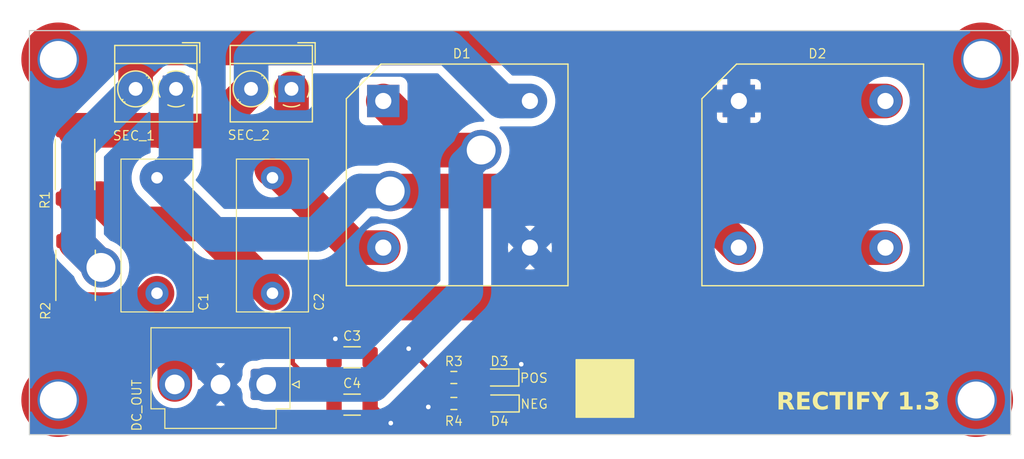
<source format=kicad_pcb>
(kicad_pcb (version 20240108) (generator "pcbnew") (generator_version "8.0")
  (layers (0 "F.Cu" signal) (31 "B.Cu" signal) (34 "B.Paste" user) (35 "F.Paste" user) (36 "B.SilkS" user "B.Silkscreen") (37 "F.SilkS" user "F.Silkscreen") (38 "B.Mask" user) (39 "F.Mask" user) (44 "Edge.Cuts" user))
  (net 0 "")
  (net 1 "PGND")
  (net 2 "VPOUT")
  (net 3 "VPOS")
  (net 4 "VNEGNEG")
  (net 5 "Net-(C1-Pad2)")
  (net 6 "VMOUT")
  (net 7 "Net-(C2-Pad2)")
  (net 8 "VNEG")
  (net 9 "VPOSNEG")
  (net 10 "Net-(D4-A)")
  (net 11 "Net-(D3-A)")
  (footprint "LED_SMD:LED_0603_1608Metric_Pad1.05x0.95mm_HandSolder" (layer "F.Cu") (at 124.7625 143.8 180)
    (property "Reference" "D4" (at 0.025 -1.53 0) (layer "F.SilkS") (effects (font (size 0.8 0.8) (thickness 0.1))))
    (property "Value" "BLUE")
    (fp_line (start 0.8 -0.735) (end -1.66 -0.735) (stroke (width 0.12)) (layer "F.SilkS"))
    (fp_line (start -1.66 0.735) (end 0.8 0.735) (stroke (width 0.12)) (layer "F.SilkS"))
    (fp_line (start -1.66 -0.735) (end -1.66 0.735) (stroke (width 0.12)) (layer "F.SilkS"))
    (pad "1" smd roundrect (at -0.875 0 180) (size 1.05 0.95) (layers "F.Cu" "F.Paste" "F.Mask") (net 6 "VMOUT"))
    (pad "2" smd roundrect (at 0.875 0 180) (size 1.05 0.95) (layers "F.Cu" "F.Paste" "F.Mask") (net 10 "Net-(D4-A)"))
  )
  (footprint "MountingHole:MountingHole_3.2mm_M3_Pad_TopOnly" (layer "F.Cu") (at 166 143.5 -90)
    (property "Reference" "H4" (hide yes))
    (property "Value" "MountingHole")
    (pad "1" thru_hole circle (at 0 0 270) (size 3.6 3.6) (drill 3.2) (layers "*.Cu" "*.Mask"))
    (pad "1" connect circle (at 0 0 270) (size 6.4 6.4) (layers "F.Cu" "F.Mask"))
  )
  (footprint "TerminalBlock_MetzConnect:TerminalBlock_MetzConnect_Type059_RT06302HBWC_1x02_P3.50mm_Horizontal" (layer "F.Cu") (at 106.7 116.55 180)
    (property "Reference" "J2" (hide yes))
    (property "Value" "Conn_01x02_Pin")
    (fp_line (start 5.31 -2.86) (end 5.31 3.76) (stroke (width 0.12)) (layer "F.SilkS"))
    (fp_line (start 4.68 -0.99) (end 4.604 -0.914) (stroke (width 0.12)) (layer "F.SilkS"))
    (fp_line (start 4.49 -1.18) (end 4.436 -1.126) (stroke (width 0.12)) (layer "F.SilkS"))
    (fp_line (start 2.565 1.125) (end 2.511 1.18) (stroke (width 0.12)) (layer "F.SilkS"))
    (fp_line (start 2.397 0.914) (end 2.321 0.99) (stroke (width 0.12)) (layer "F.SilkS"))
    (fp_line (start -1.81 3.76) (end 5.31 3.76) (stroke (width 0.12)) (layer "F.SilkS"))
    (fp_line (start -1.81 2.2) (end 5.31 2.2) (stroke (width 0.12)) (layer "F.SilkS"))
    (fp_line (start -1.81 -2.86) (end 5.31 -2.86) (stroke (width 0.12)) (layer "F.SilkS"))
    (fp_line (start -1.81 -2.86) (end -1.81 3.76) (stroke (width 0.12)) (layer "F.SilkS"))
    (fp_line (start -2.05 4) (end -0.55 4) (stroke (width 0.12)) (layer "F.SilkS"))
    (fp_line (start -2.05 2.26) (end -2.05 4) (stroke (width 0.12)) (layer "F.SilkS"))
    (fp_arc (start 1.386645 -0.705733) (mid 1.555906 0.000711) (end 1.386 0.707) (stroke (width 0.12)) (layer "F.SilkS"))
    (fp_arc (start 0.705955 1.385515) (mid 0.363007 1.512035) (end 0 1.555) (stroke (width 0.12)) (layer "F.SilkS"))
    (fp_arc (start 0.026444 1.555682) (mid -0.350695 1.515869) (end -0.707 1.386) (stroke (width 0.12)) (layer "F.SilkS"))
    (fp_arc (start -0.705733 -1.386645) (mid 0.000711 -1.555906) (end 0.707 -1.386) (stroke (width 0.12)) (layer "F.SilkS"))
    (fp_arc (start -1.386645 0.705733) (mid -1.555906 -0.000711) (end -1.386 -0.707) (stroke (width 0.12)) (layer "F.SilkS"))
    (fp_circle (center 3.5 0) (end 5.055 0) (stroke (width 0.12)) (fill none) (layer "F.SilkS"))
    (pad "1" thru_hole rect (at 0 0 180) (size 2.3 2.3) (drill 1.2) (layers "*.Cu" "*.Mask") (net 3 "VPOS"))
    (pad "2" thru_hole circle (at 3.5 0 180) (size 2.3 2.3) (drill 1.2) (layers "*.Cu" "*.Mask") (net 9 "VPOSNEG"))
  )
  (footprint "MountingHole:MountingHole_3.2mm_M3_Pad_TopOnly" (layer "F.Cu") (at 86.5 114 -90)
    (property "Reference" "H1" (hide yes))
    (property "Value" "MountingHole")
    (pad "1" thru_hole circle (at 0 0 270) (size 3.6 3.6) (drill 3.2) (layers "*.Cu" "*.Mask"))
    (pad "1" connect circle (at 0 0 270) (size 6.4 6.4) (layers "F.Cu" "F.Mask"))
  )
  (footprint "Resistor_SMD:R_2512_6332Metric" (layer "F.Cu") (at 87.95 123.0975 90)
    (property "Reference" "R1" (at -3.08 -2.6 90) (layer "F.SilkS") (effects (font (size 0.8 0.8) (thickness 0.1))))
    (property "Value" "10R 2W")
    (fp_line (start -2.177064 -1.71) (end 2.177064 -1.71) (stroke (width 0.12)) (layer "F.SilkS"))
    (fp_line (start -2.177064 1.71) (end 2.177064 1.71) (stroke (width 0.12)) (layer "F.SilkS"))
    (pad "1" smd roundrect (at -2.9625 0 90) (size 1.225 3.35) (layers "F.Cu" "F.Paste" "F.Mask") (roundrect_rratio 0.204082) (net 7 "Net-(C2-Pad2)"))
    (pad "2" smd roundrect (at 2.9625 0 90) (size 1.225 3.35) (layers "F.Cu" "F.Paste" "F.Mask") (roundrect_rratio 0.204082) (net 9 "VPOSNEG"))
  )
  (footprint "Capacitor_THT:C_Rect_L13.0mm_W6.0mm_P10.00mm_FKS3_FKP3_MKS4" (layer "F.Cu") (at 105.05 124.25 -90)
    (property "Reference" "C2" (at 10.75 -4.05 90) (layer "F.SilkS") (effects (font (size 0.8 0.8) (thickness 0.1))))
    (property "Value" "100N")
    (fp_line (start -1.62 3.12) (end 11.62 3.12) (stroke (width 0.1)) (layer "F.SilkS"))
    (fp_line (start -1.62 -3.12) (end -1.62 3.12) (stroke (width 0.1)) (layer "F.SilkS"))
    (fp_line (start -1.62 -3.12) (end 11.62 -3.12) (stroke (width 0.1)) (layer "F.SilkS"))
    (fp_line (start 11.62 -3.12) (end 11.62 3.12) (stroke (width 0.1)) (layer "F.SilkS"))
    (pad "1" thru_hole circle (at 0 0 270) (size 2 2) (drill 1) (layers "*.Cu" "*.Mask") (net 3 "VPOS"))
    (pad "2" thru_hole circle (at 10 0 270) (size 2 2) (drill 1) (layers "*.Cu" "*.Mask") (net 7 "Net-(C2-Pad2)"))
  )
  (footprint "Capacitor_SMD:C_1206_3216Metric_Pad1.33x1.80mm_HandSolder" (layer "F.Cu") (at 111.95 143.9)
    (property "Reference" "C4" (at 0 -1.85 0) (layer "F.SilkS") (effects (font (size 0.8 0.8) (thickness 0.1))))
    (property "Value" "10u")
    (fp_line (start -0.711252 -0.91) (end 0.711252 -0.91) (stroke (width 0.12)) (layer "F.SilkS"))
    (fp_line (start -0.711252 0.91) (end 0.711252 0.91) (stroke (width 0.12)) (layer "F.SilkS"))
    (pad "1" smd roundrect (at -1.5625 0) (size 1.325 1.8) (layers "F.Cu" "F.Paste" "F.Mask") (roundrect_rratio 0.188679) (net 6 "VMOUT"))
    (pad "2" smd roundrect (at 1.5625 0) (size 1.325 1.8) (layers "F.Cu" "F.Paste" "F.Mask") (roundrect_rratio 0.188679) (net 1 "PGND"))
  )
  (footprint "Capacitor_SMD:C_1206_3216Metric_Pad1.33x1.80mm_HandSolder" (layer "F.Cu") (at 111.95 139.8)
    (property "Reference" "C3" (at 0 -1.85 0) (layer "F.SilkS") (effects (font (size 0.8 0.8) (thickness 0.1))))
    (property "Value" "10u")
    (fp_line (start -0.711252 -0.91) (end 0.711252 -0.91) (stroke (width 0.12)) (layer "F.SilkS"))
    (fp_line (start -0.711252 0.91) (end 0.711252 0.91) (stroke (width 0.12)) (layer "F.SilkS"))
    (pad "1" smd roundrect (at -1.5625 0) (size 1.325 1.8) (layers "F.Cu" "F.Paste" "F.Mask") (roundrect_rratio 0.188679) (net 1 "PGND"))
    (pad "2" smd roundrect (at 1.5625 0) (size 1.325 1.8) (layers "F.Cu" "F.Paste" "F.Mask") (roundrect_rratio 0.188679) (net 2 "VPOUT"))
  )
  (footprint "Resistor_SMD:R_0603_1608Metric_Pad0.98x0.95mm_HandSolder" (layer "F.Cu") (at 120.7625 143.8)
    (property "Reference" "R4" (at 0 1.53 0) (layer "F.SilkS") (effects (font (size 0.8 0.8) (thickness 0.1))))
    (property "Value" "16K")
    (fp_line (start -0.254724 -0.5225) (end 0.254724 -0.5225) (stroke (width 0.12)) (layer "F.SilkS"))
    (fp_line (start -0.254724 0.5225) (end 0.254724 0.5225) (stroke (width 0.12)) (layer "F.SilkS"))
    (pad "1" smd roundrect (at -0.9125 0) (size 0.975 0.95) (layers "F.Cu" "F.Paste" "F.Mask") (net 1 "PGND"))
    (pad "2" smd roundrect (at 0.9125 0) (size 0.975 0.95) (layers "F.Cu" "F.Paste" "F.Mask") (net 10 "Net-(D4-A)"))
  )
  (footprint "Resistor_SMD:R_0603_1608Metric_Pad0.98x0.95mm_HandSolder" (layer "F.Cu") (at 120.7625 141.55)
    (property "Reference" "R3" (at 0 -1.4 0) (layer "F.SilkS") (effects (font (size 0.8 0.8) (thickness 0.1))))
    (property "Value" "16K")
    (fp_line (start -0.254724 -0.5225) (end 0.254724 -0.5225) (stroke (width 0.12)) (layer "F.SilkS"))
    (fp_line (start -0.254724 0.5225) (end 0.254724 0.5225) (stroke (width 0.12)) (layer "F.SilkS"))
    (pad "1" smd roundrect (at -0.9125 0) (size 0.975 0.95) (layers "F.Cu" "F.Paste" "F.Mask") (net 2 "VPOUT"))
    (pad "2" smd roundrect (at 0.9125 0) (size 0.975 0.95) (layers "F.Cu" "F.Paste" "F.Mask") (net 11 "Net-(D3-A)"))
  )
  (footprint "Capacitor_THT:C_Rect_L13.0mm_W6.0mm_P10.00mm_FKS3_FKP3_MKS4" (layer "F.Cu") (at 95.05 124.25 -90)
    (property "Reference" "C1" (at 10.75 -4.032732 90) (layer "F.SilkS") (effects (font (size 0.8 0.8) (thickness 0.1))))
    (property "Value" "100N")
    (fp_line (start -1.62 3.12) (end 11.62 3.12) (stroke (width 0.1)) (layer "F.SilkS"))
    (fp_line (start -1.62 -3.12) (end -1.62 3.12) (stroke (width 0.1)) (layer "F.SilkS"))
    (fp_line (start -1.62 -3.12) (end 11.62 -3.12) (stroke (width 0.1)) (layer "F.SilkS"))
    (fp_line (start 11.62 -3.12) (end 11.62 3.12) (stroke (width 0.1)) (layer "F.SilkS"))
    (pad "1" thru_hole circle (at 0 0 270) (size 2 2) (drill 1) (layers "*.Cu" "*.Mask") (net 8 "VNEG"))
    (pad "2" thru_hole circle (at 10 0 270) (size 2 2) (drill 1) (layers "*.Cu" "*.Mask") (net 5 "Net-(C1-Pad2)"))
  )
  (footprint "TerminalBlock_MetzConnect:TerminalBlock_MetzConnect_Type059_RT06302HBWC_1x02_P3.50mm_Horizontal" (layer "F.Cu") (at 96.7 116.55 180)
    (property "Reference" "J1" (hide yes))
    (property "Value" "Conn_01x02_Pin")
    (fp_line (start 5.31 -2.86) (end 5.31 3.76) (stroke (width 0.12)) (layer "F.SilkS"))
    (fp_line (start 4.68 -0.99) (end 4.604 -0.914) (stroke (width 0.12)) (layer "F.SilkS"))
    (fp_line (start 4.49 -1.18) (end 4.436 -1.126) (stroke (width 0.12)) (layer "F.SilkS"))
    (fp_line (start 2.565 1.125) (end 2.511 1.18) (stroke (width 0.12)) (layer "F.SilkS"))
    (fp_line (start 2.397 0.914) (end 2.321 0.99) (stroke (width 0.12)) (layer "F.SilkS"))
    (fp_line (start -1.81 3.76) (end 5.31 3.76) (stroke (width 0.12)) (layer "F.SilkS"))
    (fp_line (start -1.81 2.2) (end 5.31 2.2) (stroke (width 0.12)) (layer "F.SilkS"))
    (fp_line (start -1.81 -2.86) (end 5.31 -2.86) (stroke (width 0.12)) (layer "F.SilkS"))
    (fp_line (start -1.81 -2.86) (end -1.81 3.76) (stroke (width 0.12)) (layer "F.SilkS"))
    (fp_line (start -2.05 4) (end -0.55 4) (stroke (width 0.12)) (layer "F.SilkS"))
    (fp_line (start -2.05 2.26) (end -2.05 4) (stroke (width 0.12)) (layer "F.SilkS"))
    (fp_arc (start 1.386645 -0.705733) (mid 1.555906 0.000711) (end 1.386 0.707) (stroke (width 0.12)) (layer "F.SilkS"))
    (fp_arc (start 0.705955 1.385515) (mid 0.363007 1.512035) (end 0 1.555) (stroke (width 0.12)) (layer "F.SilkS"))
    (fp_arc (start 0.026444 1.555682) (mid -0.350695 1.515869) (end -0.707 1.386) (stroke (width 0.12)) (layer "F.SilkS"))
    (fp_arc (start -0.705733 -1.386645) (mid 0.000711 -1.555906) (end 0.707 -1.386) (stroke (width 0.12)) (layer "F.SilkS"))
    (fp_arc (start -1.386645 0.705733) (mid -1.555906 -0.000711) (end -1.386 -0.707) (stroke (width 0.12)) (layer "F.SilkS"))
    (fp_circle (center 3.5 0) (end 5.055 0) (stroke (width 0.12)) (fill none) (layer "F.SilkS"))
    (pad "1" thru_hole rect (at 0 0 180) (size 2.3 2.3) (drill 1.2) (layers "*.Cu" "*.Mask") (net 8 "VNEG"))
    (pad "2" thru_hole circle (at 3.5 0 180) (size 2.3 2.3) (drill 1.2) (layers "*.Cu" "*.Mask") (net 4 "VNEGNEG"))
  )
  (footprint "Diode_THT:Diode_Bridge_19.0x19.0x6.8mm_P12.7mm" (layer "F.Cu") (at 114.65 117.6)
    (property "Reference" "D1" (at 6.8 -4.1 0) (layer "F.SilkS") (effects (font (size 0.8 0.8) (thickness 0.1))))
    (property "Value" "652-CD-DF408SL")
    (fp_line (start -3.2 -0.2) (end -0.2 -3.2) (stroke (width 0.12)) (layer "F.SilkS"))
    (fp_line (start -3.2 16) (end -3.2 -0.2) (stroke (width 0.12)) (layer "F.SilkS"))
    (fp_line (start -0.2 -3.2) (end 16 -3.2) (stroke (width 0.12)) (layer "F.SilkS"))
    (fp_line (start 16 -3.2) (end 16 16) (stroke (width 0.12)) (layer "F.SilkS"))
    (fp_line (start 16 16) (end -3.2 16) (stroke (width 0.12)) (layer "F.SilkS"))
    (pad "1" thru_hole rect (at 0 0 180) (size 2.8 2.8) (drill 1.4) (layers "*.Cu" "*.Mask") (net 2 "VPOUT"))
    (pad "2" thru_hole circle (at 0 12.7 180) (size 2.8 2.8) (drill 1.4) (layers "*.Cu" "*.Mask") (net 3 "VPOS"))
    (pad "3" thru_hole circle (at 12.7 12.7 180) (size 2.8 2.8) (drill 1.4) (layers "*.Cu" "*.Mask") (net 1 "PGND"))
    (pad "4" thru_hole circle (at 12.7 0 180) (size 2.8 2.8) (drill 1.4) (layers "*.Cu" "*.Mask") (net 9 "VPOSNEG"))
  )
  (footprint "Diode_THT:Diode_Bridge_19.0x19.0x6.8mm_P12.7mm" (layer "F.Cu") (at 145.45 117.6)
    (property "Reference" "D2" (at 6.8 -4.1 0) (layer "F.SilkS") (effects (font (size 0.8 0.8) (thickness 0.1))))
    (property "Value" "652-CD-DF408SL")
    (fp_line (start -3.2 -0.2) (end -0.2 -3.2) (stroke (width 0.12)) (layer "F.SilkS"))
    (fp_line (start -3.2 16) (end -3.2 -0.2) (stroke (width 0.12)) (layer "F.SilkS"))
    (fp_line (start -0.2 -3.2) (end 16 -3.2) (stroke (width 0.12)) (layer "F.SilkS"))
    (fp_line (start 16 -3.2) (end 16 16) (stroke (width 0.12)) (layer "F.SilkS"))
    (fp_line (start 16 16) (end -3.2 16) (stroke (width 0.12)) (layer "F.SilkS"))
    (pad "1" thru_hole rect (at 0 0 180) (size 2.8 2.8) (drill 1.4) (layers "*.Cu" "*.Mask") (net 1 "PGND"))
    (pad "2" thru_hole circle (at 0 12.7 180) (size 2.8 2.8) (drill 1.4) (layers "*.Cu" "*.Mask") (net 8 "VNEG"))
    (pad "3" thru_hole circle (at 12.7 12.7 180) (size 2.8 2.8) (drill 1.4) (layers "*.Cu" "*.Mask") (net 6 "VMOUT"))
    (pad "4" thru_hole circle (at 12.7 0 180) (size 2.8 2.8) (drill 1.4) (layers "*.Cu" "*.Mask") (net 4 "VNEGNEG"))
  )
  (footprint "LED_SMD:LED_0603_1608Metric_Pad1.05x0.95mm_HandSolder" (layer "F.Cu") (at 124.7375 141.55 180)
    (property "Reference" "D3" (at 0.025 1.4 0) (layer "F.SilkS") (effects (font (size 0.8 0.8) (thickness 0.1))))
    (property "Value" "YELLOW")
    (fp_line (start 0.8 -0.735) (end -1.66 -0.735) (stroke (width 0.12)) (layer "F.SilkS"))
    (fp_line (start -1.66 0.735) (end 0.8 0.735) (stroke (width 0.12)) (layer "F.SilkS"))
    (fp_line (start -1.66 -0.735) (end -1.66 0.735) (stroke (width 0.12)) (layer "F.SilkS"))
    (pad "1" smd roundrect (at -0.875 0 180) (size 1.05 0.95) (layers "F.Cu" "F.Paste" "F.Mask") (net 1 "PGND"))
    (pad "2" smd roundrect (at 0.875 0 180) (size 1.05 0.95) (layers "F.Cu" "F.Paste" "F.Mask") (net 11 "Net-(D3-A)"))
  )
  (footprint "MountingHole:MountingHole_3.2mm_M3_Pad_TopOnly" (layer "F.Cu") (at 86.5 143.5 -90)
    (property "Reference" "H3" (hide yes))
    (property "Value" "MountingHole")
    (pad "1" thru_hole circle (at 0 0 270) (size 3.6 3.6) (drill 3.2) (layers "*.Cu" "*.Mask"))
    (pad "1" connect circle (at 0 0 270) (size 6.4 6.4) (layers "F.Cu" "F.Mask"))
  )
  (footprint "Connector_JST:JST_VH_B3P-VH_1x03_P3.96mm_Vertical" (layer "F.Cu") (at 104.51 142.15 180)
    (property "Reference" "J3" (hide yes))
    (property "Value" "Conn_01x03_Male")
    (fp_line (start 9.98 4.91) (end -2.06 4.91) (stroke (width 0.1)) (layer "F.SilkS"))
    (fp_line (start 9.98 -2.11) (end 9.98 4.91) (stroke (width 0.1)) (layer "F.SilkS"))
    (fp_line (start 8.78 -2.11) (end 9.98 -2.11) (stroke (width 0.1)) (layer "F.SilkS"))
    (fp_line (start 8.78 -3.81) (end 8.78 -2.11) (stroke (width 0.1)) (layer "F.SilkS"))
    (fp_line (start -0.86 -2.11) (end -0.86 -3.81) (stroke (width 0.1)) (layer "F.SilkS"))
    (fp_line (start -0.86 -3.81) (end 8.78 -3.81) (stroke (width 0.1)) (layer "F.SilkS"))
    (fp_line (start -2.06 4.91) (end -2.06 -2.11) (stroke (width 0.1)) (layer "F.SilkS"))
    (fp_line (start -2.06 -2.11) (end -0.86 -2.11) (stroke (width 0.1)) (layer "F.SilkS"))
    (fp_line (start -2.26 0) (end -2.86 0.3) (stroke (width 0.1)) (layer "F.SilkS"))
    (fp_line (start -2.86 0.3) (end -2.86 -0.3) (stroke (width 0.1)) (layer "F.SilkS"))
    (fp_line (start -2.86 -0.3) (end -2.26 0) (stroke (width 0.1)) (layer "F.SilkS"))
    (pad "1" thru_hole roundrect (at 0 0 180) (size 2.7 2.7) (drill 1.7) (layers "*.Cu" "*.Mask") (roundrect_rratio 0.09259296296) (net 2 "VPOUT"))
    (pad "2" thru_hole circle (at 3.96 0 180) (size 2.7 2.7) (drill 1.7) (layers "*.Cu" "*.Mask") (net 1 "PGND"))
    (pad "3" thru_hole circle (at 7.92 0 180) (size 2.7 2.7) (drill 1.7) (layers "*.Cu" "*.Mask") (net 6 "VMOUT"))
  )
  (footprint "Resistor_SMD:R_2512_6332Metric" (layer "F.Cu") (at 88 132.7 90)
    (property "Reference" "R2" (at -3.08 -2.6 90) (layer "F.SilkS") (effects (font (size 0.8 0.8) (thickness 0.1))))
    (property "Value" "10R 2W")
    (fp_line (start -2.177064 -1.71) (end 2.177064 -1.71) (stroke (width 0.12)) (layer "F.SilkS"))
    (fp_line (start -2.177064 1.71) (end 2.177064 1.71) (stroke (width 0.12)) (layer "F.SilkS"))
    (pad "1" smd roundrect (at -2.9625 0 90) (size 1.225 3.35) (layers "F.Cu" "F.Paste" "F.Mask") (roundrect_rratio 0.204082) (net 5 "Net-(C1-Pad2)"))
    (pad "2" smd roundrect (at 2.9625 0 90) (size 1.225 3.35) (layers "F.Cu" "F.Paste" "F.Mask") (roundrect_rratio 0.204082) (net 4 "VNEGNEG"))
  )
  (footprint "MountingHole:MountingHole_3.2mm_M3_Pad_TopOnly" (layer "F.Cu") (at 166.5 114 -90)
    (property "Reference" "H2" (hide yes))
    (property "Value" "MountingHole")
    (pad "1" thru_hole circle (at 0 0 270) (size 3.6 3.6) (drill 3.2) (layers "*.Cu" "*.Mask"))
    (pad "1" connect circle (at 0 0 270) (size 6.4 6.4) (layers "F.Cu" "F.Mask"))
  )
  (gr_rect (start 131.35 140) (end 136.35 145) (stroke (width 0.1)) (fill solid) (layer "F.SilkS"))
  (gr_line (start 84 111.5) (end 169 111.5) (stroke (width 0.1)) (layer "Edge.Cuts"))
  (gr_line (start 169 111.5) (end 169 146.5) (stroke (width 0.1)) (layer "Edge.Cuts"))
  (gr_line (start 84 146.5) (end 84 111.5) (stroke (width 0.1)) (layer "Edge.Cuts"))
  (gr_line (start 169 146.5) (end 84 146.5) (stroke (width 0.1)) (layer "Edge.Cuts"))
  (gr_text "RECTIFY 1.3" (at 155.8 143.7 0) (layer "F.SilkS") (effects (font (size 1.5 1.5) (thickness 0.1) (bold yes))))
  (gr_text "DC_OUT" (at 93.3 141.65 90) (layer "F.SilkS") (effects (font (size 0.8 0.8) (thickness 0.1)) (justify right)))
  (gr_text "SEC_1" (at 94.95 120.6 0) (layer "F.SilkS") (effects (font (size 0.8 0.8) (thickness 0.1)) (justify right)))
  (gr_text "POS" (at 128.9625 141.6 0) (layer "F.SilkS") (effects (font (size 0.8 0.8) (thickness 0.1)) (justify right)))
  (gr_text "SEC_2" (at 104.9 120.55 0) (layer "F.SilkS") (effects (font (size 0.8 0.8) (thickness 0.1)) (justify right)))
  (gr_text "NEG\n" (at 128.9625 143.85 0) (layer "F.SilkS") (effects (font (size 0.8 0.8) (thickness 0.1)) (justify right)))
  (segment (start 118.85 143.8) (end 118.55 144.1) (width 0.4) (layer "F.Cu") (net 1))
  (segment (start 125.6125 141.3875) (end 126.6 140.4) (width 0.4) (layer "F.Cu") (net 1))
  (segment (start 110.3875 138.3125) (end 110.5 138.2) (width 0.4) (layer "F.Cu") (net 1))
  (segment (start 113.7 143.9) (end 115.3 145.5) (width 0.4) (layer "F.Cu") (net 1))
  (segment (start 110.3875 139.8) (end 110.3875 138.3125) (width 0.4) (layer "F.Cu") (net 1))
  (segment (start 119.85 143.8) (end 118.85 143.8) (width 0.4) (layer "F.Cu") (net 1))
  (via (at 126.6 140.4) (size 0.8) (drill 0.4) (layers "F.Cu" "B.Cu") (net 1))
  (via (at 115.3 145.5) (size 0.8) (drill 0.4) (layers "F.Cu" "B.Cu") (net 1))
  (via (at 110.5 138.2) (size 0.8) (drill 0.4) (layers "F.Cu" "B.Cu") (net 1))
  (via (at 118.55 144.1) (size 0.8) (drill 0.4) (layers "F.Cu" "B.Cu") (net 1))
  (segment (start 114.65 117.6) (end 118.9 121.85) (width 3) (layer "F.Cu") (net 2))
  (segment (start 119.85 141.55) (end 119.35 141.55) (width 0.4) (layer "F.Cu") (net 2))
  (segment (start 116.1 139.8) (end 116.85 139.05) (width 0.4) (layer "F.Cu") (net 2))
  (segment (start 119.35 141.55) (end 116.85 139.05) (width 0.4) (layer "F.Cu") (net 2))
  (segment (start 118.9 121.85) (end 123.129721 121.85) (width 3) (layer "F.Cu") (net 2))
  (segment (start 113.5125 139.8) (end 116.1 139.8) (width 0.4) (layer "F.Cu") (net 2))
  (via (at 116.85 139.05) (size 0.8) (drill 0.4) (layers "F.Cu" "B.Cu") (net 2))
  (via (at 123.129721 121.85) (size 3.5) (drill 2.5) (layers "F.Cu" "B.Cu") (net 2))
  (segment (start 104.51 142.15) (end 113.75 142.15) (width 3) (layer "B.Cu") (net 2))
  (segment (start 113.75 142.15) (end 116.85 139.05) (width 3) (layer "B.Cu") (net 2))
  (segment (start 121.8 123.179721) (end 123.129721 121.85) (width 3) (layer "B.Cu") (net 2))
  (segment (start 121.8 134.1) (end 121.8 123.179721) (width 3) (layer "B.Cu") (net 2))
  (segment (start 116.85 139.05) (end 121.8 134.1) (width 3) (layer "B.Cu") (net 2))
  (segment (start 114.65 130.3) (end 112.15 130.3) (width 3) (layer "F.Cu") (net 3))
  (segment (start 105.35 123.5) (end 105 123.5) (width 3) (layer "F.Cu") (net 3))
  (segment (start 112.15 130.3) (end 105.35 123.5) (width 3) (layer "F.Cu") (net 3))
  (segment (start 106.7 121.8) (end 105 123.5) (width 3) (layer "F.Cu") (net 3))
  (segment (start 106.7 116.55) (end 106.7 121.8) (width 3) (layer "F.Cu") (net 3))
  (segment (start 93.2 114.9) (end 93.2 116.55) (width 3) (layer "F.Cu") (net 4))
  (segment (start 149.65 113) (end 95.1 113) (width 3) (layer "F.Cu") (net 4))
  (segment (start 158.15 117.6) (end 154.25 117.6) (width 3) (layer "F.Cu") (net 4))
  (segment (start 88 129.819088) (end 88 129.7375) (width 3) (layer "F.Cu") (net 4))
  (segment (start 95.1 113) (end 93.2 114.9) (width 3) (layer "F.Cu") (net 4))
  (segment (start 154.25 117.6) (end 149.65 113) (width 3) (layer "F.Cu") (net 4))
  (segment (start 90.193412 132.0125) (end 88 129.819088) (width 3) (layer "F.Cu") (net 4))
  (via (at 90.193412 132.0125) (size 3.5) (drill 2.5) (layers "F.Cu" "B.Cu") (net 4))
  (segment (start 90.193412 132.0125) (end 88.25 130.069088) (width 3) (layer "B.Cu") (net 4))
  (segment (start 88.25 121.5) (end 93.2 116.55) (width 3) (layer "B.Cu") (net 4))
  (segment (start 88.25 130.069088) (end 88.25 121.5) (width 3) (layer "B.Cu") (net 4))
  (segment (start 93.6375 135.6625) (end 95.05 134.25) (width 3) (layer "F.Cu") (net 5))
  (segment (start 88 135.6625) (end 93.6375 135.6625) (width 3) (layer "F.Cu") (net 5))
  (segment (start 106.8 140.3125) (end 106.8 138.1) (width 0.4) (layer "F.Cu") (net 6))
  (segment (start 127.5 135.1) (end 109.8 135.1) (width 3) (layer "F.Cu") (net 6))
  (segment (start 109.8 135.1) (end 106.8 138.1) (width 3) (layer "F.Cu") (net 6))
  (segment (start 98.730812 138.1) (end 96.59 140.240812) (width 3) (layer "F.Cu") (net 6))
  (segment (start 158.15 130.3) (end 152.15 130.3) (width 3) (layer "F.Cu") (net 6))
  (segment (start 96.59 140.240812) (end 96.59 142.15) (width 3) (layer "F.Cu") (net 6))
  (segment (start 125.6375 143.8) (end 127.5 141.9375) (width 0.4) (layer "F.Cu") (net 6))
  (segment (start 152.15 130.3) (end 147.35 135.1) (width 3) (layer "F.Cu") (net 6))
  (segment (start 147.35 135.1) (end 127.5 135.1) (width 3) (layer "F.Cu") (net 6))
  (segment (start 110.3875 143.9) (end 106.8 140.3125) (width 0.4) (layer "F.Cu") (net 6))
  (segment (start 106.8 138.1) (end 98.730812 138.1) (width 3) (layer "F.Cu") (net 6))
  (segment (start 127.5 141.9375) (end 127.5 135.1) (width 0.4) (layer "F.Cu") (net 6))
  (segment (start 105.05 134.25) (end 99.05 128.25) (width 3) (layer "F.Cu") (net 7))
  (segment (start 90.157486 126.06) (end 87.95 126.06) (width 3) (layer "F.Cu") (net 7))
  (segment (start 99.05 128.25) (end 92.347486 128.25) (width 3) (layer "F.Cu") (net 7))
  (segment (start 92.347486 128.25) (end 90.157486 126.06) (width 3) (layer "F.Cu") (net 7))
  (segment (start 140.55 125.4) (end 145.45 130.3) (width 3) (layer "F.Cu") (net 8))
  (segment (start 115.25 125.4) (end 140.55 125.4) (width 3) (layer "F.Cu") (net 8))
  (via (at 115.25 125.4) (size 3.5) (drill 2.5) (layers "F.Cu" "B.Cu") (net 8))
  (segment (start 95.05 124.25) (end 99.95 129.15) (width 3) (layer "B.Cu") (net 8))
  (segment (start 108.9 129.15) (end 112.65 125.4) (width 3) (layer "B.Cu") (net 8))
  (segment (start 96.7 116.55) (end 96.7 123) (width 3) (layer "B.Cu") (net 8))
  (segment (start 96.7 123) (end 95.45 124.25) (width 3) (layer "B.Cu") (net 8))
  (segment (start 99.95 129.15) (end 108.9 129.15) (width 3) (layer "B.Cu") (net 8))
  (segment (start 112.65 125.4) (end 115.25 125.4) (width 3) (layer "B.Cu") (net 8))
  (segment (start 95.45 124.25) (end 95.05 124.25) (width 3) (layer "B.Cu") (net 8))
  (segment (start 99.55 120.2) (end 95.45 120.2) (width 3) (layer "F.Cu") (net 9))
  (segment (start 95.385 120.135) (end 87.95 120.135) (width 3) (layer "F.Cu") (net 9))
  (segment (start 95.45 120.2) (end 95.385 120.135) (width 3) (layer "F.Cu") (net 9))
  (segment (start 103.2 116.55) (end 99.55 120.2) (width 3) (layer "F.Cu") (net 9))
  (segment (start 124.9 117.6) (end 120.3 113) (width 3) (layer "B.Cu") (net 9))
  (segment (start 104.1 113) (end 103.2 113.9) (width 3) (layer "B.Cu") (net 9))
  (segment (start 127.35 117.6) (end 124.9 117.6) (width 3) (layer "B.Cu") (net 9))
  (segment (start 120.3 113) (end 104.1 113) (width 3) (layer "B.Cu") (net 9))
  (segment (start 103.2 113.9) (end 103.2 116.55) (width 3) (layer "B.Cu") (net 9))
  (segment (start 123.8875 143.8) (end 121.675 143.8) (width 0.4) (layer "F.Cu") (net 10))
  (segment (start 123.8625 141.55) (end 121.675 141.55) (width 0.4) (layer "F.Cu") (net 11))
  (zone (net 1) (net_name "PGND") (layer "B.Cu") (connect_pads (clearance 0.7)) (min_thickness 0.25) (fill yes (thermal_gap 0.5) (thermal_bridge_width 2))
    (polygon (pts (xy 83.1 110.3) (xy 169.65 110.3) (xy 170.15 110.8) (xy 170.15 147.35) (xy 82.35 147.35) (xy 82.1 147.1) (xy 82.1 111.3)))
  )
)
</source>
